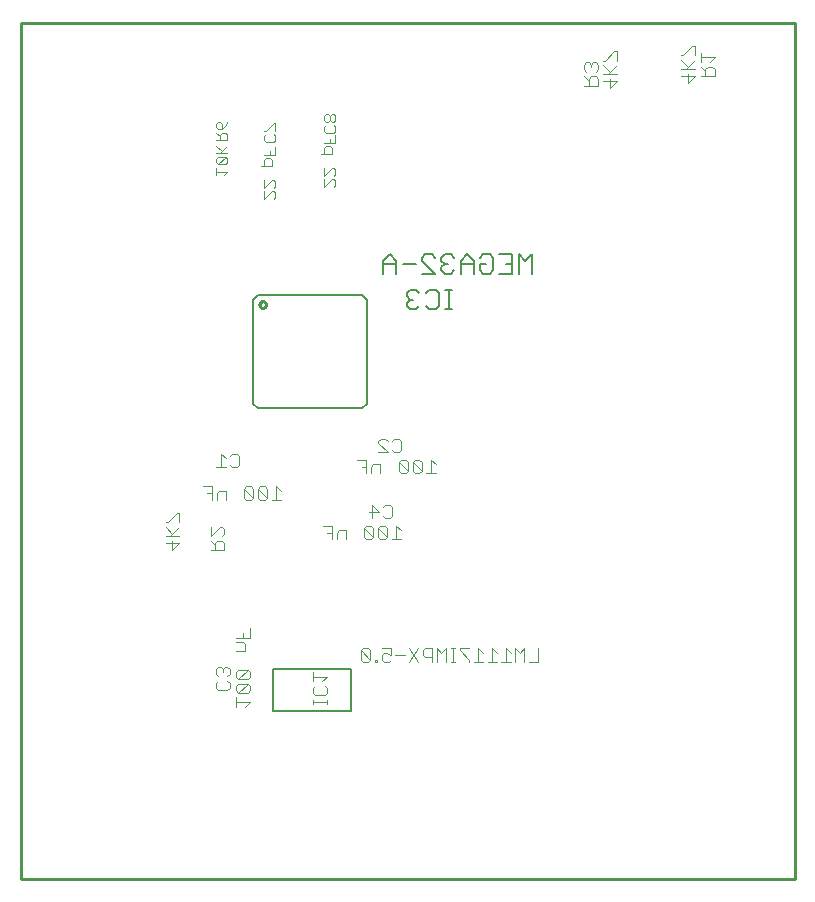
<source format=gbo>
G75*
%MOIN*%
%OFA0B0*%
%FSLAX25Y25*%
%IPPOS*%
%LPD*%
%AMOC8*
5,1,8,0,0,1.08239X$1,22.5*
%
%ADD10C,0.00000*%
%ADD11C,0.01000*%
%ADD12C,0.00800*%
%ADD13C,0.00600*%
%ADD14C,0.00400*%
%ADD15C,0.00300*%
D10*
X0246800Y0001800D02*
X0259674Y0001800D01*
D11*
X0001800Y0001800D02*
X0001800Y0287233D01*
X0259674Y0287233D01*
X0259674Y0001800D01*
X0001800Y0001800D01*
X0081303Y0193284D02*
X0081305Y0193351D01*
X0081311Y0193417D01*
X0081321Y0193483D01*
X0081335Y0193548D01*
X0081352Y0193612D01*
X0081374Y0193675D01*
X0081399Y0193737D01*
X0081428Y0193797D01*
X0081461Y0193855D01*
X0081496Y0193911D01*
X0081536Y0193965D01*
X0081578Y0194016D01*
X0081623Y0194065D01*
X0081671Y0194111D01*
X0081722Y0194154D01*
X0081775Y0194194D01*
X0081831Y0194231D01*
X0081889Y0194264D01*
X0081948Y0194294D01*
X0082009Y0194320D01*
X0082072Y0194343D01*
X0082136Y0194361D01*
X0082201Y0194376D01*
X0082267Y0194387D01*
X0082333Y0194394D01*
X0082399Y0194397D01*
X0082466Y0194396D01*
X0082532Y0194391D01*
X0082598Y0194382D01*
X0082664Y0194369D01*
X0082728Y0194352D01*
X0082791Y0194332D01*
X0082853Y0194307D01*
X0082914Y0194279D01*
X0082973Y0194248D01*
X0083029Y0194213D01*
X0083084Y0194175D01*
X0083136Y0194133D01*
X0083185Y0194088D01*
X0083232Y0194041D01*
X0083276Y0193991D01*
X0083316Y0193938D01*
X0083354Y0193883D01*
X0083388Y0193826D01*
X0083419Y0193767D01*
X0083446Y0193706D01*
X0083469Y0193644D01*
X0083489Y0193580D01*
X0083505Y0193515D01*
X0083517Y0193450D01*
X0083525Y0193384D01*
X0083529Y0193317D01*
X0083529Y0193251D01*
X0083525Y0193184D01*
X0083517Y0193118D01*
X0083505Y0193053D01*
X0083489Y0192988D01*
X0083469Y0192924D01*
X0083446Y0192862D01*
X0083419Y0192801D01*
X0083388Y0192742D01*
X0083354Y0192685D01*
X0083316Y0192630D01*
X0083276Y0192577D01*
X0083232Y0192527D01*
X0083185Y0192480D01*
X0083136Y0192435D01*
X0083084Y0192393D01*
X0083029Y0192355D01*
X0082972Y0192320D01*
X0082914Y0192289D01*
X0082853Y0192261D01*
X0082791Y0192236D01*
X0082728Y0192216D01*
X0082664Y0192199D01*
X0082598Y0192186D01*
X0082532Y0192177D01*
X0082466Y0192172D01*
X0082399Y0192171D01*
X0082333Y0192174D01*
X0082267Y0192181D01*
X0082201Y0192192D01*
X0082136Y0192207D01*
X0082072Y0192225D01*
X0082009Y0192248D01*
X0081948Y0192274D01*
X0081889Y0192304D01*
X0081831Y0192337D01*
X0081775Y0192374D01*
X0081722Y0192414D01*
X0081671Y0192457D01*
X0081623Y0192503D01*
X0081578Y0192552D01*
X0081536Y0192603D01*
X0081496Y0192657D01*
X0081461Y0192713D01*
X0081428Y0192771D01*
X0081399Y0192831D01*
X0081374Y0192893D01*
X0081352Y0192956D01*
X0081335Y0193020D01*
X0081321Y0193085D01*
X0081311Y0193151D01*
X0081305Y0193217D01*
X0081303Y0193284D01*
D12*
X0079267Y0194858D02*
X0079267Y0160213D01*
X0080842Y0158638D01*
X0115487Y0158638D01*
X0117062Y0160213D01*
X0117062Y0194858D01*
X0115487Y0196433D01*
X0080842Y0196433D01*
X0079267Y0194858D01*
X0085898Y0071800D02*
X0111702Y0071800D01*
X0111702Y0057800D01*
X0085898Y0057800D01*
X0085898Y0071800D01*
D13*
X0131452Y0191731D02*
X0130385Y0192799D01*
X0130385Y0193867D01*
X0131452Y0194934D01*
X0132520Y0194934D01*
X0131452Y0194934D02*
X0130385Y0196002D01*
X0130385Y0197069D01*
X0131452Y0198137D01*
X0133587Y0198137D01*
X0134655Y0197069D01*
X0136830Y0197069D02*
X0137898Y0198137D01*
X0140033Y0198137D01*
X0141100Y0197069D01*
X0141100Y0192799D01*
X0140033Y0191731D01*
X0137898Y0191731D01*
X0136830Y0192799D01*
X0134655Y0192799D02*
X0133587Y0191731D01*
X0131452Y0191731D01*
X0143262Y0191731D02*
X0145397Y0191731D01*
X0144330Y0191731D02*
X0144330Y0198137D01*
X0145397Y0198137D02*
X0143262Y0198137D01*
X0143020Y0203592D02*
X0145155Y0203592D01*
X0146223Y0204660D01*
X0148398Y0203592D02*
X0148398Y0207863D01*
X0150533Y0209998D01*
X0152668Y0207863D01*
X0152668Y0203592D01*
X0154844Y0204660D02*
X0154844Y0206795D01*
X0156979Y0206795D01*
X0159114Y0204660D02*
X0158046Y0203592D01*
X0155911Y0203592D01*
X0154844Y0204660D01*
X0152668Y0206795D02*
X0148398Y0206795D01*
X0146223Y0208930D02*
X0145155Y0209998D01*
X0143020Y0209998D01*
X0141953Y0208930D01*
X0141953Y0207863D01*
X0143020Y0206795D01*
X0141953Y0205727D01*
X0141953Y0204660D01*
X0143020Y0203592D01*
X0143020Y0206795D02*
X0144088Y0206795D01*
X0139777Y0208930D02*
X0138710Y0209998D01*
X0136575Y0209998D01*
X0135507Y0208930D01*
X0135507Y0207863D01*
X0139777Y0203592D01*
X0135507Y0203592D01*
X0133332Y0206795D02*
X0129062Y0206795D01*
X0126886Y0206795D02*
X0122616Y0206795D01*
X0122616Y0207863D02*
X0122616Y0203592D01*
X0122616Y0207863D02*
X0124751Y0209998D01*
X0126886Y0207863D01*
X0126886Y0203592D01*
X0154844Y0208930D02*
X0155911Y0209998D01*
X0158046Y0209998D01*
X0159114Y0208930D01*
X0159114Y0204660D01*
X0161289Y0203592D02*
X0165559Y0203592D01*
X0165559Y0209998D01*
X0161289Y0209998D01*
X0163424Y0206795D02*
X0165559Y0206795D01*
X0167734Y0209998D02*
X0167734Y0203592D01*
X0172005Y0203592D02*
X0172005Y0209998D01*
X0169870Y0207863D01*
X0167734Y0209998D01*
D14*
X0198102Y0265400D02*
X0198102Y0268469D01*
X0197335Y0270004D02*
X0200404Y0273073D01*
X0200404Y0274608D02*
X0200404Y0277677D01*
X0199637Y0277677D01*
X0196567Y0274608D01*
X0195800Y0274608D01*
X0195800Y0273073D02*
X0198102Y0270771D01*
X0200404Y0270004D02*
X0195800Y0270004D01*
X0194104Y0268602D02*
X0193337Y0269369D01*
X0191802Y0269369D01*
X0191035Y0268602D01*
X0191035Y0266300D01*
X0191035Y0267835D02*
X0189500Y0269369D01*
X0190267Y0270904D02*
X0189500Y0271671D01*
X0189500Y0273206D01*
X0190267Y0273973D01*
X0191035Y0273973D01*
X0191802Y0273206D01*
X0191802Y0272439D01*
X0191802Y0273206D02*
X0192569Y0273973D01*
X0193337Y0273973D01*
X0194104Y0273206D01*
X0194104Y0271671D01*
X0193337Y0270904D01*
X0194104Y0268602D02*
X0194104Y0266300D01*
X0189500Y0266300D01*
X0195800Y0267702D02*
X0200404Y0267702D01*
X0198102Y0265400D01*
X0221800Y0269402D02*
X0226404Y0269402D01*
X0224102Y0267100D01*
X0224102Y0270169D01*
X0223335Y0271704D02*
X0226404Y0274773D01*
X0226404Y0276308D02*
X0226404Y0279377D01*
X0225637Y0279377D01*
X0222567Y0276308D01*
X0221800Y0276308D01*
X0221800Y0274773D02*
X0224102Y0272471D01*
X0226404Y0271704D02*
X0221800Y0271704D01*
X0228400Y0272569D02*
X0229935Y0271035D01*
X0229935Y0271802D02*
X0229935Y0269500D01*
X0228400Y0269500D02*
X0233004Y0269500D01*
X0233004Y0271802D01*
X0232237Y0272569D01*
X0230702Y0272569D01*
X0229935Y0271802D01*
X0231469Y0274104D02*
X0233004Y0275639D01*
X0228400Y0275639D01*
X0228400Y0277173D02*
X0228400Y0274104D01*
X0127833Y0148604D02*
X0128600Y0147837D01*
X0128600Y0144767D01*
X0127833Y0144000D01*
X0126298Y0144000D01*
X0125531Y0144767D01*
X0123996Y0144000D02*
X0120927Y0147069D01*
X0120927Y0147837D01*
X0121694Y0148604D01*
X0123229Y0148604D01*
X0123996Y0147837D01*
X0125531Y0147837D02*
X0126298Y0148604D01*
X0127833Y0148604D01*
X0123996Y0144000D02*
X0120927Y0144000D01*
X0121584Y0140069D02*
X0119282Y0140069D01*
X0118515Y0139302D01*
X0118515Y0137000D01*
X0116980Y0137000D02*
X0116980Y0141604D01*
X0113911Y0141604D01*
X0115446Y0139302D02*
X0116980Y0139302D01*
X0121584Y0140069D02*
X0121584Y0137000D01*
X0127723Y0137767D02*
X0128490Y0137000D01*
X0130025Y0137000D01*
X0130792Y0137767D01*
X0127723Y0140837D01*
X0127723Y0137767D01*
X0127723Y0140837D02*
X0128490Y0141604D01*
X0130025Y0141604D01*
X0130792Y0140837D01*
X0130792Y0137767D01*
X0132327Y0137767D02*
X0133094Y0137000D01*
X0134629Y0137000D01*
X0135396Y0137767D01*
X0132327Y0140837D01*
X0132327Y0137767D01*
X0135396Y0137767D02*
X0135396Y0140837D01*
X0134629Y0141604D01*
X0133094Y0141604D01*
X0132327Y0140837D01*
X0136931Y0137000D02*
X0140000Y0137000D01*
X0138465Y0137000D02*
X0138465Y0141604D01*
X0140000Y0140069D01*
X0125600Y0125837D02*
X0125600Y0122767D01*
X0124833Y0122000D01*
X0123298Y0122000D01*
X0122531Y0122767D01*
X0120996Y0124302D02*
X0117927Y0124302D01*
X0118694Y0126604D02*
X0120996Y0124302D01*
X0122531Y0125837D02*
X0123298Y0126604D01*
X0124833Y0126604D01*
X0125600Y0125837D01*
X0126965Y0119604D02*
X0126965Y0115000D01*
X0125431Y0115000D02*
X0128500Y0115000D01*
X0128500Y0118069D02*
X0126965Y0119604D01*
X0123896Y0118837D02*
X0123896Y0115767D01*
X0120827Y0118837D01*
X0120827Y0115767D01*
X0121594Y0115000D01*
X0123129Y0115000D01*
X0123896Y0115767D01*
X0123896Y0118837D02*
X0123129Y0119604D01*
X0121594Y0119604D01*
X0120827Y0118837D01*
X0119292Y0118837D02*
X0119292Y0115767D01*
X0116223Y0118837D01*
X0116223Y0115767D01*
X0116990Y0115000D01*
X0118525Y0115000D01*
X0119292Y0115767D01*
X0119292Y0118837D02*
X0118525Y0119604D01*
X0116990Y0119604D01*
X0116223Y0118837D01*
X0118694Y0122000D02*
X0118694Y0126604D01*
X0110084Y0118069D02*
X0107782Y0118069D01*
X0107015Y0117302D01*
X0107015Y0115000D01*
X0105480Y0115000D02*
X0105480Y0119604D01*
X0102411Y0119604D01*
X0103946Y0117302D02*
X0105480Y0117302D01*
X0110084Y0118069D02*
X0110084Y0115000D01*
X0088500Y0128100D02*
X0085431Y0128100D01*
X0086965Y0128100D02*
X0086965Y0132704D01*
X0088500Y0131169D01*
X0083896Y0131937D02*
X0083896Y0128867D01*
X0080827Y0131937D01*
X0080827Y0128867D01*
X0081594Y0128100D01*
X0083129Y0128100D01*
X0083896Y0128867D01*
X0083896Y0131937D02*
X0083129Y0132704D01*
X0081594Y0132704D01*
X0080827Y0131937D01*
X0079292Y0131937D02*
X0078525Y0132704D01*
X0076990Y0132704D01*
X0076223Y0131937D01*
X0079292Y0128867D01*
X0078525Y0128100D01*
X0076990Y0128100D01*
X0076223Y0128867D01*
X0076223Y0131937D01*
X0079292Y0131937D02*
X0079292Y0128867D01*
X0070084Y0128100D02*
X0070084Y0131169D01*
X0067782Y0131169D01*
X0067015Y0130402D01*
X0067015Y0128100D01*
X0065480Y0128100D02*
X0065480Y0132704D01*
X0062411Y0132704D01*
X0063946Y0130402D02*
X0065480Y0130402D01*
X0066927Y0139000D02*
X0069996Y0139000D01*
X0068461Y0139000D02*
X0068461Y0143604D01*
X0069996Y0142069D01*
X0071531Y0142837D02*
X0072298Y0143604D01*
X0073833Y0143604D01*
X0074600Y0142837D01*
X0074600Y0139767D01*
X0073833Y0139000D01*
X0072298Y0139000D01*
X0071531Y0139767D01*
X0068837Y0119173D02*
X0069604Y0118406D01*
X0069604Y0116871D01*
X0068837Y0116104D01*
X0068837Y0114569D02*
X0067302Y0114569D01*
X0066535Y0113802D01*
X0066535Y0111500D01*
X0066535Y0113035D02*
X0065000Y0114569D01*
X0065000Y0116104D02*
X0068069Y0119173D01*
X0068837Y0119173D01*
X0065000Y0119173D02*
X0065000Y0116104D01*
X0068837Y0114569D02*
X0069604Y0113802D01*
X0069604Y0111500D01*
X0065000Y0111500D01*
X0054604Y0113802D02*
X0052302Y0111500D01*
X0052302Y0114569D01*
X0051535Y0116104D02*
X0054604Y0119173D01*
X0054604Y0120708D02*
X0054604Y0123777D01*
X0053837Y0123777D01*
X0050767Y0120708D01*
X0050000Y0120708D01*
X0050000Y0119173D02*
X0052302Y0116871D01*
X0054604Y0116104D02*
X0050000Y0116104D01*
X0050000Y0113802D02*
X0054604Y0113802D01*
X0075821Y0083831D02*
X0075821Y0082296D01*
X0075821Y0080761D02*
X0073519Y0080761D01*
X0073519Y0082296D02*
X0078123Y0082296D01*
X0078123Y0085365D01*
X0075821Y0080761D02*
X0076588Y0079994D01*
X0076588Y0077692D01*
X0073519Y0077692D01*
X0070655Y0072465D02*
X0069888Y0072465D01*
X0069121Y0071698D01*
X0068354Y0072465D01*
X0067586Y0072465D01*
X0066819Y0071698D01*
X0066819Y0070163D01*
X0067586Y0069396D01*
X0067586Y0067861D02*
X0066819Y0067094D01*
X0066819Y0065559D01*
X0067586Y0064792D01*
X0070655Y0064792D01*
X0071423Y0065559D01*
X0071423Y0067094D01*
X0070655Y0067861D01*
X0070655Y0069396D02*
X0071423Y0070163D01*
X0071423Y0071698D01*
X0070655Y0072465D01*
X0069121Y0071698D02*
X0069121Y0070931D01*
X0073519Y0070786D02*
X0073519Y0069252D01*
X0074286Y0068484D01*
X0077355Y0071554D01*
X0074286Y0071554D01*
X0073519Y0070786D01*
X0074286Y0068484D02*
X0077355Y0068484D01*
X0078123Y0069252D01*
X0078123Y0070786D01*
X0077355Y0071554D01*
X0077355Y0066950D02*
X0074286Y0066950D01*
X0073519Y0066182D01*
X0073519Y0064648D01*
X0074286Y0063880D01*
X0077355Y0066950D01*
X0078123Y0066182D01*
X0078123Y0064648D01*
X0077355Y0063880D01*
X0074286Y0063880D01*
X0073519Y0062346D02*
X0073519Y0059276D01*
X0073519Y0060811D02*
X0078123Y0060811D01*
X0076588Y0059276D01*
X0099200Y0060000D02*
X0099200Y0061535D01*
X0099200Y0060767D02*
X0103804Y0060767D01*
X0103804Y0060000D02*
X0103804Y0061535D01*
X0103037Y0063069D02*
X0099967Y0063069D01*
X0099200Y0063837D01*
X0099200Y0065371D01*
X0099967Y0066139D01*
X0099200Y0067673D02*
X0099200Y0070742D01*
X0099200Y0069208D02*
X0103804Y0069208D01*
X0102269Y0067673D01*
X0103037Y0066139D02*
X0103804Y0065371D01*
X0103804Y0063837D01*
X0103037Y0063069D01*
X0115135Y0074967D02*
X0115135Y0078037D01*
X0118204Y0074967D01*
X0117437Y0074200D01*
X0115902Y0074200D01*
X0115135Y0074967D01*
X0118204Y0074967D02*
X0118204Y0078037D01*
X0117437Y0078804D01*
X0115902Y0078804D01*
X0115135Y0078037D01*
X0119739Y0074967D02*
X0119739Y0074200D01*
X0120506Y0074200D01*
X0120506Y0074967D01*
X0119739Y0074967D01*
X0122041Y0074967D02*
X0122041Y0076502D01*
X0122808Y0077269D01*
X0123575Y0077269D01*
X0125110Y0076502D01*
X0125110Y0078804D01*
X0122041Y0078804D01*
X0122041Y0074967D02*
X0122808Y0074200D01*
X0124343Y0074200D01*
X0125110Y0074967D01*
X0126645Y0076502D02*
X0129714Y0076502D01*
X0131249Y0078804D02*
X0134318Y0074200D01*
X0135852Y0076502D02*
X0136620Y0075735D01*
X0138922Y0075735D01*
X0138922Y0074200D02*
X0138922Y0078804D01*
X0136620Y0078804D01*
X0135852Y0078037D01*
X0135852Y0076502D01*
X0134318Y0078804D02*
X0131249Y0074200D01*
X0140456Y0074200D02*
X0140456Y0078804D01*
X0141991Y0077269D01*
X0143526Y0078804D01*
X0143526Y0074200D01*
X0145060Y0074200D02*
X0146595Y0074200D01*
X0145828Y0074200D02*
X0145828Y0078804D01*
X0146595Y0078804D02*
X0145060Y0078804D01*
X0148130Y0078804D02*
X0148130Y0078037D01*
X0151199Y0074967D01*
X0151199Y0074200D01*
X0152733Y0074200D02*
X0155803Y0074200D01*
X0157337Y0074200D02*
X0160407Y0074200D01*
X0161941Y0074200D02*
X0165011Y0074200D01*
X0166545Y0074200D02*
X0166545Y0078804D01*
X0168080Y0077269D01*
X0169615Y0078804D01*
X0169615Y0074200D01*
X0171149Y0074200D02*
X0174218Y0074200D01*
X0174218Y0078804D01*
X0165011Y0077269D02*
X0163476Y0078804D01*
X0163476Y0074200D01*
X0160407Y0077269D02*
X0158872Y0078804D01*
X0158872Y0074200D01*
X0155803Y0077269D02*
X0154268Y0078804D01*
X0154268Y0074200D01*
X0151199Y0078804D02*
X0148130Y0078804D01*
D15*
X0086036Y0228534D02*
X0086653Y0229151D01*
X0086653Y0230386D01*
X0086036Y0231003D01*
X0085419Y0231003D01*
X0082950Y0228534D01*
X0082950Y0231003D01*
X0082950Y0232217D02*
X0085419Y0234686D01*
X0086036Y0234686D01*
X0086653Y0234069D01*
X0086653Y0232835D01*
X0086036Y0232217D01*
X0082950Y0232217D02*
X0082950Y0234686D01*
X0082950Y0239584D02*
X0082950Y0241435D01*
X0083567Y0242052D01*
X0084802Y0242052D01*
X0085419Y0241435D01*
X0085419Y0239584D01*
X0081716Y0239584D01*
X0082950Y0243267D02*
X0086653Y0243267D01*
X0086653Y0245736D01*
X0086036Y0247584D02*
X0086653Y0248201D01*
X0086653Y0249435D01*
X0086036Y0250052D01*
X0086653Y0251267D02*
X0086653Y0253736D01*
X0086036Y0253736D01*
X0083567Y0251267D01*
X0082950Y0251267D01*
X0083567Y0250052D02*
X0082950Y0249435D01*
X0082950Y0248201D01*
X0083567Y0247584D01*
X0086036Y0247584D01*
X0084802Y0244501D02*
X0084802Y0243267D01*
X0070653Y0243767D02*
X0066950Y0243767D01*
X0068184Y0243767D02*
X0070653Y0246236D01*
X0070653Y0248084D02*
X0070653Y0249935D01*
X0070036Y0250552D01*
X0068802Y0250552D01*
X0068184Y0249935D01*
X0068184Y0248084D01*
X0066950Y0248084D02*
X0070653Y0248084D01*
X0068184Y0249318D02*
X0066950Y0250552D01*
X0067567Y0251767D02*
X0066950Y0252384D01*
X0066950Y0253618D01*
X0067567Y0254236D01*
X0068184Y0254236D01*
X0068802Y0253618D01*
X0068802Y0251767D01*
X0067567Y0251767D01*
X0068802Y0251767D02*
X0070036Y0253001D01*
X0070653Y0254236D01*
X0066950Y0246236D02*
X0068802Y0244384D01*
X0070036Y0242552D02*
X0067567Y0240084D01*
X0066950Y0240701D01*
X0066950Y0241935D01*
X0067567Y0242552D01*
X0070036Y0242552D01*
X0070653Y0241935D01*
X0070653Y0240701D01*
X0070036Y0240084D01*
X0067567Y0240084D01*
X0066950Y0238869D02*
X0066950Y0236401D01*
X0066950Y0237635D02*
X0070653Y0237635D01*
X0069419Y0236401D01*
X0101716Y0243584D02*
X0105419Y0243584D01*
X0105419Y0245435D01*
X0104802Y0246052D01*
X0103567Y0246052D01*
X0102950Y0245435D01*
X0102950Y0243584D01*
X0102950Y0247267D02*
X0106653Y0247267D01*
X0106653Y0249736D01*
X0106036Y0250584D02*
X0103567Y0250584D01*
X0102950Y0251201D01*
X0102950Y0252435D01*
X0103567Y0253052D01*
X0103567Y0254267D02*
X0104184Y0254267D01*
X0104802Y0254884D01*
X0104802Y0256118D01*
X0104184Y0256736D01*
X0103567Y0256736D01*
X0102950Y0256118D01*
X0102950Y0254884D01*
X0103567Y0254267D01*
X0104802Y0254884D02*
X0105419Y0254267D01*
X0106036Y0254267D01*
X0106653Y0254884D01*
X0106653Y0256118D01*
X0106036Y0256736D01*
X0105419Y0256736D01*
X0104802Y0256118D01*
X0106036Y0253052D02*
X0106653Y0252435D01*
X0106653Y0251201D01*
X0106036Y0250584D01*
X0104802Y0248501D02*
X0104802Y0247267D01*
X0105419Y0238686D02*
X0106036Y0238686D01*
X0106653Y0238069D01*
X0106653Y0236835D01*
X0106036Y0236217D01*
X0106036Y0235003D02*
X0106653Y0234386D01*
X0106653Y0233151D01*
X0106036Y0232534D01*
X0106036Y0235003D02*
X0105419Y0235003D01*
X0102950Y0232534D01*
X0102950Y0235003D01*
X0102950Y0236217D02*
X0105419Y0238686D01*
X0102950Y0238686D02*
X0102950Y0236217D01*
M02*

</source>
